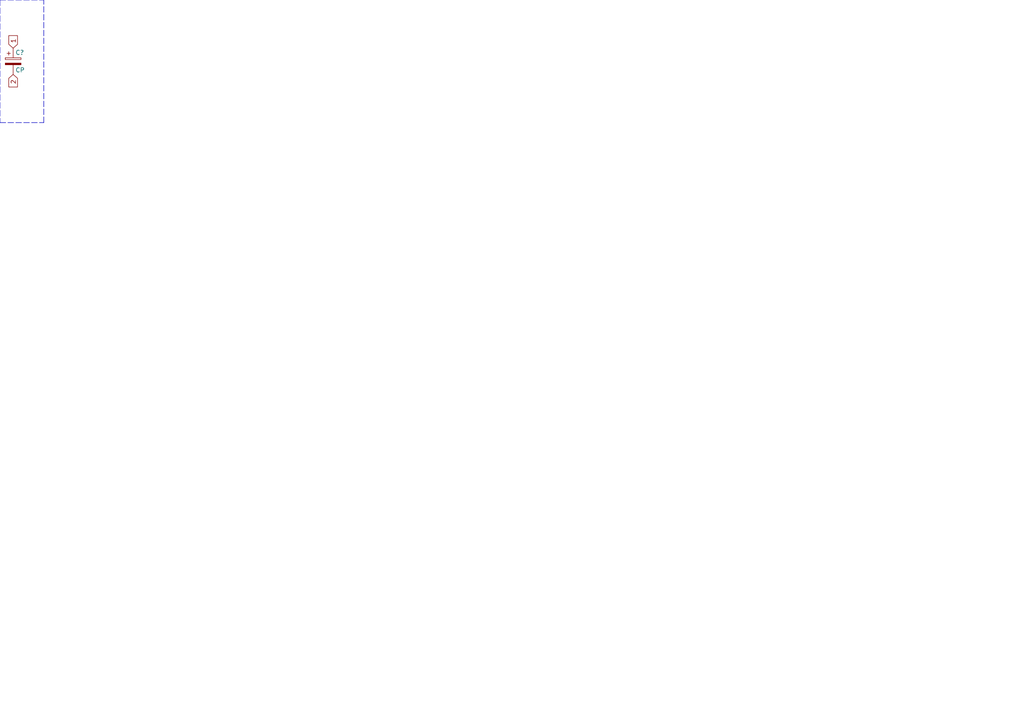
<source format=kicad_sch>
(kicad_sch (version 20201015) (generator eeschema)
  (paper "A4")
  (lib_symbols
    (symbol "Device:CP" (pin_numbers hide) (pin_names (offset 0.254))
      (property "Reference" "C" (at 0.635 2.54 0))
      (property "Value" "CP" (at 0.635 -2.54 0))
      (symbol "CP_0_1"
        (rectangle (start -2.286 0.508) (end 2.286 1.016))
        (rectangle (start 2.286 -0.508) (end -2.286 -1.016) (fill (type outline)))
        (polyline (pts (xy -1.778 2.286) (xy -0.762 2.286)))
        (polyline (pts (xy -1.27 2.794) (xy -1.27 1.778)))
      )
      (symbol "CP_1_1"
        (pin passive line (at 0 3.81 270) (length 2.794) (name "~") (number "1"))
        (pin passive line (at 0 -3.81 90) (length 2.794) (name "~") (number "2"))
      )
    )
  )
  (polyline (pts (xy 0 0) (xy 0 35.56)) (stroke (width 0) (type dash)))
  (polyline (pts (xy 0 0) (xy 12.7 0)) (stroke (width 0) (type dash)))
  (polyline (pts (xy 0 35.56) (xy 12.7 35.56)) (stroke (width 0) (type dash)))
  (polyline (pts (xy 12.7 35.56) (xy 12.7 0)) (stroke (width 0) (type dash)))
  (text "D EC.*\nF .*\nV .*" (at 0 0 0) (effects (font (size 1.27 1.27)) (justify left bottom)))
  (global_label "1" (shape input) (at 3.81 13.97 90) (property "Intersheet References" "${INTERSHEET_REFS}" (effects hide)))
  (global_label "2" (shape input) (at 3.81 21.59 270) (property "Intersheet References" "${INTERSHEET_REFS}" (effects hide)))
  (symbol (lib_id "Device:CP") (at 3.81 17.78 0) (unit 1)
    (property "Reference" "C?" (at 4.445 15.24 0) (effects (justify left)))
    (property "Value" "CP" (at 4.445 20.32 0) (effects (justify left)))
  )
)
</source>
